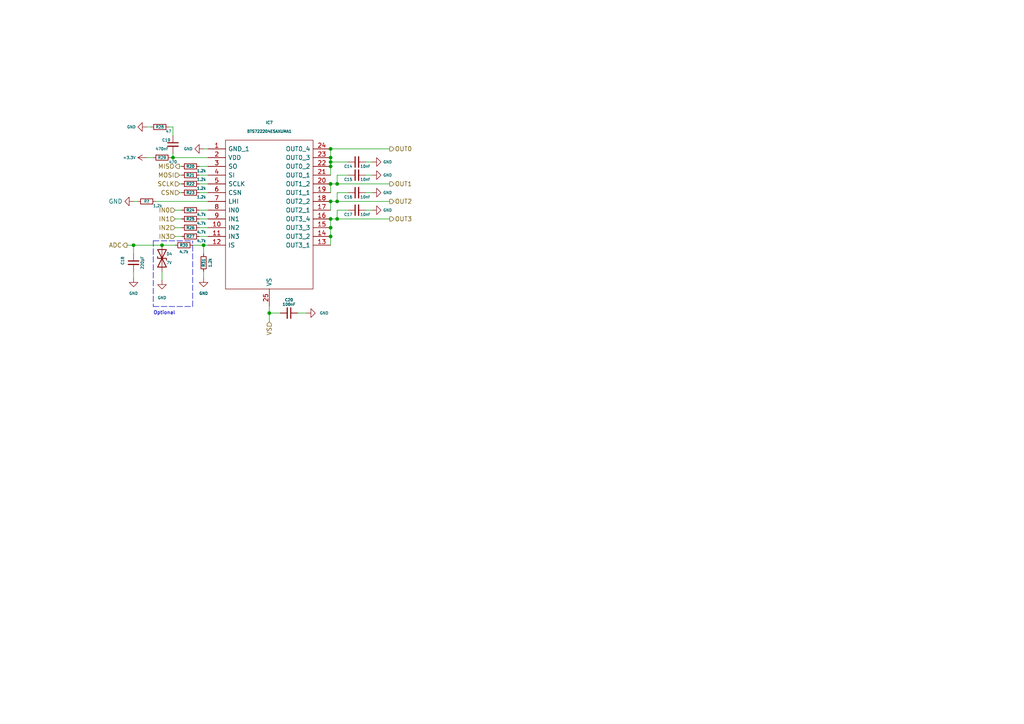
<source format=kicad_sch>
(kicad_sch (version 20211123) (generator eeschema)
  (paper "A4")
  (lib_symbols
    (symbol "Device:C_Small" (pin_numbers hide) (pin_names (offset 0.254) hide)
      (property "Reference" "C" (at 0.254 1.778 0))
      (property "Value" "C_Small" (at 0.254 -2.032 0))
      (symbol "C_Small_0_1"
        (polyline (pts (xy -1.524 -0.508) (xy 1.524 -0.508)) (stroke (width 0.3302)))
        (polyline (pts (xy -1.524 0.508) (xy 1.524 0.508)) (stroke (width 0.3048)))
      )
      (symbol "C_Small_1_1"
        (pin passive line (at 0 2.54 270) (length 2.032) (name "~") (number "1"))
        (pin passive line (at 0 -2.54 90) (length 2.032) (name "~") (number "2"))
      )
    )
    (symbol "Device:D_TVS" (pin_numbers hide) (pin_names (offset 1.016) hide)
      (property "Reference" "D" (at 0 2.54 0))
      (property "Value" "D_TVS" (at 0 -2.54 0))
      (symbol "D_TVS_0_1"
        (polyline (pts (xy 1.27 0) (xy -1.27 0)))
        (polyline (pts (xy 0.508 1.27) (xy 0 1.27) (xy 0 -1.27) (xy -0.508 -1.27)) (stroke (width 0.254)))
        (polyline (pts (xy -2.54 1.27) (xy -2.54 -1.27) (xy 2.54 1.27) (xy 2.54 -1.27) (xy -2.54 1.27)) (stroke (width 0.254)))
      )
      (symbol "D_TVS_1_1"
        (pin passive line (at -3.81 0 0) (length 2.54) (name "A1") (number "1"))
        (pin passive line (at 3.81 0 180) (length 2.54) (name "A2") (number "2"))
      )
    )
    (symbol "Device:R_Small" (pin_numbers hide) (pin_names (offset 0.254) hide)
      (property "Reference" "R" (at 0.762 0.508 0))
      (property "Value" "R_Small" (at 0.762 -1.016 0))
      (symbol "R_Small_0_1"
        (rectangle (start -0.762 1.778) (end 0.762 -1.778) (stroke (width 0.2032)))
      )
      (symbol "R_Small_1_1"
        (pin passive line (at 0 2.54 270) (length 0.762) (name "~") (number "1"))
        (pin passive line (at 0 -2.54 90) (length 0.762) (name "~") (number "2"))
      )
    )
    (symbol "PDM_additional:BTS722204ESAXUMA1" (pin_names (offset 0.762))
      (property "Reference" "IC" (at 31.75 7.62 0))
      (property "Value" "BTS722204ESAXUMA1" (at 31.75 5.08 0))
      (symbol "BTS722204ESAXUMA1_0_0"
        (pin passive line (at 0 0 0) (length 5.08) (name "GND_1") (number "1"))
        (pin passive line (at 0 -22.86 0) (length 5.08) (name "IN2") (number "10"))
        (pin passive line (at 0 -25.4 0) (length 5.08) (name "IN3") (number "11"))
        (pin passive line (at 0 -27.94 0) (length 5.08) (name "IS") (number "12"))
        (pin passive line (at 35.56 -27.94 180) (length 5.08) (name "OUT3_1") (number "13"))
        (pin passive line (at 35.56 -25.4 180) (length 5.08) (name "OUT3_2") (number "14"))
        (pin passive line (at 35.56 -22.86 180) (length 5.08) (name "OUT3_3") (number "15"))
        (pin passive line (at 35.56 -20.32 180) (length 5.08) (name "OUT3_4") (number "16"))
        (pin passive line (at 35.56 -17.78 180) (length 5.08) (name "OUT2_1") (number "17"))
        (pin passive line (at 35.56 -15.24 180) (length 5.08) (name "OUT2_2") (number "18"))
        (pin passive line (at 35.56 -12.7 180) (length 5.08) (name "OUT1_1") (number "19"))
        (pin passive line (at 0 -2.54 0) (length 5.08) (name "VDD") (number "2"))
        (pin passive line (at 35.56 -10.16 180) (length 5.08) (name "OUT1_2") (number "20"))
        (pin passive line (at 35.56 -7.62 180) (length 5.08) (name "OUT0_1") (number "21"))
        (pin passive line (at 35.56 -5.08 180) (length 5.08) (name "OUT0_2") (number "22"))
        (pin passive line (at 35.56 -2.54 180) (length 5.08) (name "OUT0_3") (number "23"))
        (pin passive line (at 35.56 0 180) (length 5.08) (name "OUT0_4") (number "24"))
        (pin passive line (at 17.78 -45.72 90) (length 5.08) (name "VS") (number "25"))
        (pin passive line (at 0 -5.08 0) (length 5.08) (name "SO") (number "3"))
        (pin passive line (at 0 -7.62 0) (length 5.08) (name "SI") (number "4"))
        (pin passive line (at 0 -10.16 0) (length 5.08) (name "SCLK") (number "5"))
        (pin passive line (at 0 -12.7 0) (length 5.08) (name "CSN") (number "6"))
        (pin passive line (at 0 -15.24 0) (length 5.08) (name "LHI") (number "7"))
        (pin passive line (at 0 -17.78 0) (length 5.08) (name "IN0") (number "8"))
        (pin passive line (at 0 -20.32 0) (length 5.08) (name "IN1") (number "9"))
      )
      (symbol "BTS722204ESAXUMA1_0_1"
        (polyline (pts (xy 5.08 2.54) (xy 30.48 2.54) (xy 30.48 -40.64) (xy 5.08 -40.64) (xy 5.08 2.54)) (stroke (width 0.1524)))
      )
    )
    (symbol "power:+3.3V" (power) (pin_names (offset 0))
      (property "Value" "+3.3V" (at 0 3.556 0))
      (symbol "+3.3V_0_1"
        (polyline (pts (xy -0.762 1.27) (xy 0 2.54)))
        (polyline (pts (xy 0 0) (xy 0 2.54)))
        (polyline (pts (xy 0 2.54) (xy 0.762 1.27)))
      )
      (symbol "+3.3V_1_1"
        (pin power_in line (at 0 0 90) (length 0) hide (name "+3.3V") (number "1"))
      )
    )
    (symbol "power:GND" (power) (pin_names (offset 0))
      (property "Value" "GND" (at 0 -3.81 0))
      (symbol "GND_0_1"
        (polyline (pts (xy 0 0) (xy 0 -1.27) (xy 1.27 -1.27) (xy 0 -2.54) (xy -1.27 -1.27) (xy 0 -1.27)))
      )
      (symbol "GND_1_1"
        (pin power_in line (at 0 0 270) (length 0) hide (name "GND") (number "1"))
      )
    )
  )
  (junction (at 95.885 48.26))
  (junction (at 59.055 71.12))
  (junction (at 95.885 53.34))
  (junction (at 97.79 53.34))
  (junction (at 97.79 58.42))
  (junction (at 95.885 58.42))
  (junction (at 46.99 71.12))
  (junction (at 95.885 43.18))
  (junction (at 95.885 68.58))
  (junction (at 78.105 90.805))
  (junction (at 95.885 63.5))
  (junction (at 95.885 45.72))
  (junction (at 95.885 46.99))
  (junction (at 38.735 71.12))
  (junction (at 95.885 66.04))
  (junction (at 50.165 45.72))
  (junction (at 97.79 63.5))
  (wire (pts (xy 97.79 50.8) (xy 97.79 53.34)))
  (wire (pts (xy 86.36 90.805) (xy 88.9 90.805)))
  (wire (pts (xy 57.785 50.8) (xy 60.325 50.8)))
  (wire (pts (xy 38.735 71.12) (xy 46.99 71.12)))
  (wire (pts (xy 45.085 58.42) (xy 60.325 58.42)))
  (polyline (pts (xy 44.45 69.85) (xy 44.45 88.9)))
  (wire (pts (xy 95.885 66.04) (xy 95.885 68.58)))
  (polyline (pts (xy 44.45 69.85) (xy 55.88 69.85)))
  (wire (pts (xy 50.8 66.04) (xy 52.705 66.04)))
  (wire (pts (xy 97.79 63.5) (xy 113.03 63.5)))
  (wire (pts (xy 95.885 68.58) (xy 95.885 71.12)))
  (wire (pts (xy 50.8 68.58) (xy 52.705 68.58)))
  (wire (pts (xy 49.53 45.72) (xy 50.165 45.72)))
  (wire (pts (xy 38.735 71.12) (xy 38.735 73.66)))
  (wire (pts (xy 95.885 43.18) (xy 95.885 45.72)))
  (wire (pts (xy 59.055 71.12) (xy 60.325 71.12)))
  (wire (pts (xy 50.8 60.96) (xy 52.705 60.96)))
  (wire (pts (xy 57.785 55.88) (xy 60.325 55.88)))
  (wire (pts (xy 36.83 71.12) (xy 38.735 71.12)))
  (wire (pts (xy 100.965 50.8) (xy 97.79 50.8)))
  (wire (pts (xy 59.055 71.12) (xy 59.055 73.66)))
  (wire (pts (xy 100.965 60.96) (xy 97.79 60.96)))
  (wire (pts (xy 59.055 43.18) (xy 60.325 43.18)))
  (wire (pts (xy 52.07 55.88) (xy 52.705 55.88)))
  (wire (pts (xy 95.885 48.26) (xy 95.885 50.8)))
  (wire (pts (xy 38.735 78.74) (xy 38.735 80.645)))
  (wire (pts (xy 106.045 55.88) (xy 107.95 55.88)))
  (polyline (pts (xy 44.45 88.9) (xy 55.88 88.9)))
  (wire (pts (xy 100.965 55.88) (xy 97.79 55.88)))
  (wire (pts (xy 55.88 71.12) (xy 59.055 71.12)))
  (wire (pts (xy 95.885 53.34) (xy 95.885 55.88)))
  (wire (pts (xy 97.79 55.88) (xy 97.79 58.42)))
  (wire (pts (xy 48.895 36.83) (xy 50.165 36.83)))
  (polyline (pts (xy 55.88 88.9) (xy 55.88 69.85)))
  (wire (pts (xy 95.885 45.72) (xy 95.885 46.99)))
  (wire (pts (xy 52.07 48.26) (xy 52.705 48.26)))
  (wire (pts (xy 97.79 58.42) (xy 95.885 58.42)))
  (wire (pts (xy 57.785 60.96) (xy 60.325 60.96)))
  (wire (pts (xy 50.165 45.72) (xy 60.325 45.72)))
  (wire (pts (xy 95.885 46.99) (xy 100.965 46.99)))
  (wire (pts (xy 52.07 53.34) (xy 52.705 53.34)))
  (wire (pts (xy 95.885 43.18) (xy 113.03 43.18)))
  (wire (pts (xy 46.99 78.74) (xy 46.99 81.28)))
  (wire (pts (xy 57.785 53.34) (xy 60.325 53.34)))
  (wire (pts (xy 57.785 66.04) (xy 60.325 66.04)))
  (wire (pts (xy 106.045 50.8) (xy 107.95 50.8)))
  (wire (pts (xy 57.785 63.5) (xy 60.325 63.5)))
  (wire (pts (xy 95.885 46.99) (xy 95.885 48.26)))
  (wire (pts (xy 95.885 53.34) (xy 97.79 53.34)))
  (wire (pts (xy 50.165 44.45) (xy 50.165 45.72)))
  (wire (pts (xy 97.79 53.34) (xy 113.03 53.34)))
  (wire (pts (xy 78.105 88.9) (xy 78.105 90.805)))
  (wire (pts (xy 50.8 63.5) (xy 52.705 63.5)))
  (wire (pts (xy 59.055 78.74) (xy 59.055 80.645)))
  (wire (pts (xy 97.79 58.42) (xy 113.03 58.42)))
  (wire (pts (xy 106.045 46.99) (xy 107.95 46.99)))
  (wire (pts (xy 46.99 71.12) (xy 50.8 71.12)))
  (wire (pts (xy 97.79 60.96) (xy 97.79 63.5)))
  (wire (pts (xy 52.07 50.8) (xy 52.705 50.8)))
  (wire (pts (xy 42.545 45.72) (xy 44.45 45.72)))
  (wire (pts (xy 78.105 90.805) (xy 81.28 90.805)))
  (wire (pts (xy 95.885 63.5) (xy 97.79 63.5)))
  (wire (pts (xy 78.105 90.805) (xy 78.105 93.345)))
  (wire (pts (xy 106.045 60.96) (xy 107.95 60.96)))
  (wire (pts (xy 50.165 36.83) (xy 50.165 39.37)))
  (wire (pts (xy 95.885 58.42) (xy 95.885 60.96)))
  (wire (pts (xy 42.545 36.83) (xy 43.815 36.83)))
  (wire (pts (xy 38.735 58.42) (xy 40.005 58.42)))
  (wire (pts (xy 57.785 68.58) (xy 60.325 68.58)))
  (wire (pts (xy 57.785 48.26) (xy 60.325 48.26)))
  (wire (pts (xy 95.885 63.5) (xy 95.885 66.04)))
  (text "Optional" (at 44.45 91.44 0) (effects (font (size 1 1)) (justify left bottom)))
  (hierarchical_label "IN2" (shape input) (at 50.8 66.04 180))
  (hierarchical_label "OUT0" (shape output) (at 113.03 43.18 0))
  (hierarchical_label "MISO" (shape output) (at 52.07 48.26 180))
  (hierarchical_label "CSN" (shape input) (at 52.07 55.88 180))
  (hierarchical_label "SCLK" (shape input) (at 52.07 53.34 180))
  (hierarchical_label "OUT1" (shape output) (at 113.03 53.34 0))
  (hierarchical_label "OUT3" (shape output) (at 113.03 63.5 0))
  (hierarchical_label "IN1" (shape input) (at 50.8 63.5 180))
  (hierarchical_label "MOSI" (shape input) (at 52.07 50.8 180))
  (hierarchical_label "IN0" (shape input) (at 50.8 60.96 180))
  (hierarchical_label "OUT2" (shape output) (at 113.03 58.42 0))
  (hierarchical_label "VS" (shape input) (at 78.105 93.345 270))
  (hierarchical_label "ADC" (shape output) (at 36.83 71.12 180))
  (hierarchical_label "IN3" (shape input) (at 50.8 68.58 180))
  (symbol (lib_id "Device:R_Small") (at 55.245 68.58 90) (unit 1)
    (property "Reference" "R27" (at 55.245 68.58 90) (effects (font (size 0.8 0.8))))
    (property "Value" "4.7k" (at 58.42 69.85 90) (effects (font (size 0.8 0.8))))
    (property "Footprint" "Resistor_SMD:R_0402_1005Metric" (effects hide))
  )
  (symbol (lib_id "Device:C_Small") (at 83.82 90.805 270) (unit 1)
    (property "Reference" "C20" (at 83.82 86.995 90) (effects (font (size 0.8 0.8))))
    (property "Value" "100nF" (at 83.82 88.265 90) (effects (font (size 0.8 0.8))))
    (property "Footprint" "Capacitor_SMD:C_0805_2012Metric" (effects hide))
  )
  (symbol (lib_id "Device:C_Small") (at 103.505 55.88 90) (unit 1)
    (property "Reference" "C16" (at 102.235 57.15 90) (effects (font (size 0.8 0.8)) (justify left)))
    (property "Value" "10nf" (at 107.315 57.15 90) (effects (font (size 0.8 0.8)) (justify left)))
    (property "Footprint" "Capacitor_SMD:C_0805_2012Metric" (effects hide))
  )
  (symbol (lib_id "power:GND") (at 38.735 58.42 270) (unit 1)
    (property "Reference" "#PWR?" (effects hide))
    (property "Value" "GND" (at 35.56 58.4199 90) (effects (justify right)))
  )
  (symbol (lib_id "power:GND") (at 88.9 90.805 90) (unit 1)
    (property "Reference" "#PWR0135" (effects hide))
    (property "Value" "GND" (at 92.71 90.8049 90) (effects (font (size 0.8 0.8)) (justify right)))
  )
  (symbol (lib_id "Device:C_Small") (at 103.505 46.99 90) (unit 1)
    (property "Reference" "C14" (at 102.235 48.26 90) (effects (font (size 0.8 0.8)) (justify left)))
    (property "Value" "10nf" (at 107.315 48.26 90) (effects (font (size 0.8 0.8)) (justify left)))
    (property "Footprint" "Capacitor_SMD:C_0805_2012Metric" (effects hide))
  )
  (symbol (lib_id "Device:R_Small") (at 42.545 58.42 270) (unit 1)
    (property "Reference" "R?" (at 42.545 58.42 90) (effects (font (size 0.8 0.8))))
    (property "Value" "1.2k" (at 45.72 59.69 90) (effects (font (size 0.8 0.8))))
    (property "Footprint" "Resistor_SMD:R_0402_1005Metric" (effects hide))
  )
  (symbol (lib_id "Device:R_Small") (at 46.355 36.83 270) (unit 1)
    (property "Reference" "R28" (at 46.355 36.83 90) (effects (font (size 0.8 0.8))))
    (property "Value" "47" (at 48.895 38.1 90) (effects (font (size 0.8 0.8))))
    (property "Footprint" "Resistor_SMD:R_0402_1005Metric" (effects hide))
  )
  (symbol (lib_id "power:GND") (at 59.055 80.645 0) (unit 1)
    (property "Reference" "#PWR0126" (effects hide))
    (property "Value" "GND" (at 59.055 85.09 0) (effects (font (size 0.8 0.8))))
  )
  (symbol (lib_id "Device:R_Small") (at 46.99 45.72 270) (unit 1)
    (property "Reference" "R29" (at 46.99 45.72 90) (effects (font (size 0.8 0.8))))
    (property "Value" "470" (at 50.165 46.99 90) (effects (font (size 0.8 0.8))))
    (property "Footprint" "Resistor_SMD:R_0402_1005Metric" (effects hide))
  )
  (symbol (lib_id "Device:C_Small") (at 103.505 60.96 90) (unit 1)
    (property "Reference" "C17" (at 102.235 62.23 90) (effects (font (size 0.8 0.8)) (justify left)))
    (property "Value" "10nf" (at 107.315 62.23 90) (effects (font (size 0.8 0.8)) (justify left)))
    (property "Footprint" "Capacitor_SMD:C_0805_2012Metric" (effects hide))
  )
  (symbol (lib_id "PDM_additional:BTS722204ESAXUMA1") (at 60.325 43.18 0) (unit 1)
    (property "Reference" "IC7" (at 78.105 35.56 0) (effects (font (size 0.8 0.8))))
    (property "Value" "BTS722204ESAXUMA1" (at 78.105 38.1 0) (effects (font (size 0.8 0.8))))
    (property "Footprint" "PDM_Additional:SOP65P600X115-25N" (effects hide))
    (property "Datasheet" "https://www.infineon.com/dgdl/Infineon-BTS72220-4ESA-DS-v01_00-EN.pdf?fileId=5546d462636cc8fb0163feab173708d9" (effects hide))
    (property "Description" "Power Switch ICs - Power Distribution SPOC" (effects hide))
    (property "Height" "1.15" (effects hide))
    (property "Manufacturer_Name" "Infineon" (effects hide))
    (property "Manufacturer_Part_Number" "BTS722204ESAXUMA1" (effects hide))
    (property "Mouser Part Number" "726-BTS722204ESAXUMA" (effects hide))
    (property "Mouser Price/Stock" "https://www.mouser.co.uk/ProductDetail/Infineon-Technologies/BTS722204ESAXUMA1?qs=%252BEew9%252B0nqrBKRVYWm1E2Qg%3D%3D" (effects hide))
    (property "Arrow Part Number" "BTS722204ESAXUMA1" (effects hide))
    (property "Arrow Price/Stock" "https://www.arrow.com/en/products/bts722204esaxuma1/infineon-technologies-ag" (effects hide))
  )
  (symbol (lib_id "power:GND") (at 46.99 81.28 0) (unit 1)
    (property "Reference" "#PWR0134" (effects hide))
    (property "Value" "GND" (at 46.99 86.36 0) (effects (font (size 0.8 0.8))))
  )
  (symbol (lib_id "power:GND") (at 107.95 60.96 90) (unit 1)
    (property "Reference" "#PWR0128" (effects hide))
    (property "Value" "GND" (at 111.125 60.9599 90) (effects (font (size 0.8 0.8)) (justify right)))
  )
  (symbol (lib_id "Device:R_Small") (at 59.055 76.2 0) (unit 1)
    (property "Reference" "R31" (at 59.055 76.2 90) (effects (font (size 0.8 0.8))))
    (property "Value" "1.2k" (at 60.96 76.2 90) (effects (font (size 0.8 0.8))))
    (property "Footprint" "Resistor_SMD:R_0402_1005Metric" (effects hide))
  )
  (symbol (lib_id "power:GND") (at 107.95 55.88 90) (unit 1)
    (property "Reference" "#PWR0127" (effects hide))
    (property "Value" "GND" (at 111.125 55.8799 90) (effects (font (size 0.8 0.8)) (justify right)))
  )
  (symbol (lib_id "Device:D_TVS") (at 46.99 74.93 90) (unit 1)
    (property "Reference" "D4" (at 48.26 73.66 90) (effects (font (size 0.8 0.8)) (justify right)))
    (property "Value" "7V" (at 48.26 76.2 90) (effects (font (size 0.8 0.8)) (justify right)))
    (property "Footprint" "Diode_SMD:D_0805_2012Metric" (effects hide))
  )
  (symbol (lib_id "power:GND") (at 107.95 50.8 90) (unit 1)
    (property "Reference" "#PWR0129" (effects hide))
    (property "Value" "GND" (at 111.125 50.7999 90) (effects (font (size 0.8 0.8)) (justify right)))
  )
  (symbol (lib_id "Device:R_Small") (at 55.245 66.04 90) (unit 1)
    (property "Reference" "R26" (at 55.245 66.04 90) (effects (font (size 0.8 0.8))))
    (property "Value" "4.7k" (at 58.42 67.31 90) (effects (font (size 0.8 0.8))))
    (property "Footprint" "Resistor_SMD:R_0402_1005Metric" (effects hide))
  )
  (symbol (lib_id "Device:C_Small") (at 38.735 76.2 0) (unit 1)
    (property "Reference" "C18" (at 35.56 76.835 90) (effects (font (size 0.8 0.8)) (justify left)))
    (property "Value" "220pF" (at 41.275 78.105 90) (effects (font (size 0.8 0.8)) (justify left)))
    (property "Footprint" "Capacitor_SMD:C_0402_1005Metric" (effects hide))
  )
  (symbol (lib_id "Device:R_Small") (at 55.245 60.96 90) (unit 1)
    (property "Reference" "R24" (at 55.245 60.96 90) (effects (font (size 0.8 0.8))))
    (property "Value" "4.7k" (at 58.42 62.23 90) (effects (font (size 0.8 0.8))))
    (property "Footprint" "Resistor_SMD:R_0402_1005Metric" (effects hide))
  )
  (symbol (lib_id "power:GND") (at 59.055 43.18 270) (unit 1)
    (property "Reference" "#PWR0125" (effects hide))
    (property "Value" "GND" (at 55.88 43.18 90) (effects (font (size 0.8 0.8)) (justify right)))
  )
  (symbol (lib_id "power:GND") (at 42.545 36.83 270) (unit 1)
    (property "Reference" "#PWR0133" (effects hide))
    (property "Value" "GND" (at 38.1 36.83 90) (effects (font (size 0.8 0.8))))
  )
  (symbol (lib_id "Device:R_Small") (at 55.245 63.5 90) (unit 1)
    (property "Reference" "R25" (at 55.245 63.5 90) (effects (font (size 0.8 0.8))))
    (property "Value" "4.7k" (at 58.42 64.77 90) (effects (font (size 0.8 0.8))))
    (property "Footprint" "Resistor_SMD:R_0402_1005Metric" (effects hide))
  )
  (symbol (lib_id "Device:R_Small") (at 55.245 53.34 270) (unit 1)
    (property "Reference" "R22" (at 55.245 53.34 90) (effects (font (size 0.8 0.8))))
    (property "Value" "1.2k" (at 58.42 54.61 90) (effects (font (size 0.8 0.8))))
    (property "Footprint" "Resistor_SMD:R_0402_1005Metric" (effects hide))
  )
  (symbol (lib_id "power:GND") (at 107.95 46.99 90) (unit 1)
    (property "Reference" "#PWR0130" (effects hide))
    (property "Value" "GND" (at 111.125 46.9899 90) (effects (font (size 0.8 0.8)) (justify right)))
  )
  (symbol (lib_id "Device:R_Small") (at 53.34 71.12 270) (unit 1)
    (property "Reference" "R30" (at 53.34 71.12 90) (effects (font (size 0.8 0.8))))
    (property "Value" "4.7k" (at 53.34 73.025 90) (effects (font (size 0.8 0.8))))
    (property "Footprint" "Resistor_SMD:R_0402_1005Metric" (effects hide))
  )
  (symbol (lib_id "Device:R_Small") (at 55.245 55.88 270) (unit 1)
    (property "Reference" "R23" (at 55.245 55.88 90) (effects (font (size 0.8 0.8))))
    (property "Value" "1.2k" (at 58.42 57.15 90) (effects (font (size 0.8 0.8))))
    (property "Footprint" "Resistor_SMD:R_0402_1005Metric" (effects hide))
  )
  (symbol (lib_id "power:+3.3V") (at 42.545 45.72 90) (unit 1)
    (property "Reference" "#PWR0132" (effects hide))
    (property "Value" "+3.3V" (at 39.37 45.7199 90) (effects (font (size 0.8 0.8)) (justify left)))
  )
  (symbol (lib_id "Device:R_Small") (at 55.245 48.26 270) (unit 1)
    (property "Reference" "R20" (at 55.245 48.26 90) (effects (font (size 0.8 0.8))))
    (property "Value" "1.2k" (at 58.42 49.53 90) (effects (font (size 0.8 0.8))))
    (property "Footprint" "Resistor_SMD:R_0402_1005Metric" (effects hide))
  )
  (symbol (lib_id "Device:R_Small") (at 55.245 50.8 270) (unit 1)
    (property "Reference" "R21" (at 55.245 50.8 90) (effects (font (size 0.8 0.8))))
    (property "Value" "1.2k" (at 58.42 52.07 90) (effects (font (size 0.8 0.8))))
    (property "Footprint" "Resistor_SMD:R_0402_1005Metric" (effects hide))
  )
  (symbol (lib_id "Device:C_Small") (at 103.505 50.8 90) (unit 1)
    (property "Reference" "C15" (at 102.235 52.07 90) (effects (font (size 0.8 0.8)) (justify left)))
    (property "Value" "10nf" (at 107.315 52.07 90) (effects (font (size 0.8 0.8)) (justify left)))
    (property "Footprint" "Capacitor_SMD:C_0805_2012Metric" (effects hide))
  )
  (symbol (lib_id "Device:C_Small") (at 50.165 41.91 0) (unit 1)
    (property "Reference" "C19" (at 46.99 40.64 0) (effects (font (size 0.8 0.8)) (justify left)))
    (property "Value" "470nF" (at 45.085 43.18 0) (effects (font (size 0.8 0.8)) (justify left)))
    (property "Footprint" "Capacitor_SMD:C_0805_2012Metric" (effects hide))
  )
  (symbol (lib_id "power:GND") (at 38.735 80.645 0) (unit 1)
    (property "Reference" "#PWR0131" (effects hide))
    (property "Value" "GND" (at 38.735 85.09 0) (effects (font (size 0.8 0.8))))
  )
)
</source>
